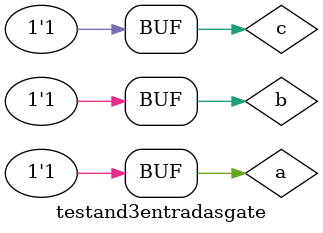
<source format=v>


module and3entradasgate (output s, input p, input q, input r);
	assign s = p & q & r;

endmodule			//and3entradasgate

// -- test and 3entradas gate

module testand3entradasgate;
					//dados locais

	reg a, b, c;		//definir registradores
	
	wire s;		//definir conexao (fio)

					//instancia
	and3entradasgate AND3ENTRADAS1 (s, a, b, c);
					//preparacao
	initial begin:start
		a=0; b=0; c=0;	//atribuicao simultanea dos valores iniciais
	end
					//parte principal
					
	initial begin
		$display("Exercicio08 - Luiz Henrique da Costa Silva - 449800");
		$display("Test AND 3entradas gate:");
		$display("\n a & b & c = s \n");
		$monitor("%b ^ %b ^ %b = %b", a, b, c, s);
		#1 a = 0; b = 0; c = 0;
		#1 a = 0; b = 0; c = 1;
		#1 a = 0; b = 1; c = 0;
		#1 a = 0; b = 1; c = 1;
		#1 a = 1; b = 0; c = 0;
		#1 a = 1; b = 0; c = 1;
		#1 a = 1; b = 1; c = 0;
		#1 a = 1; b = 1; c = 1;

	end
endmodule //testand3entradasgate
</source>
